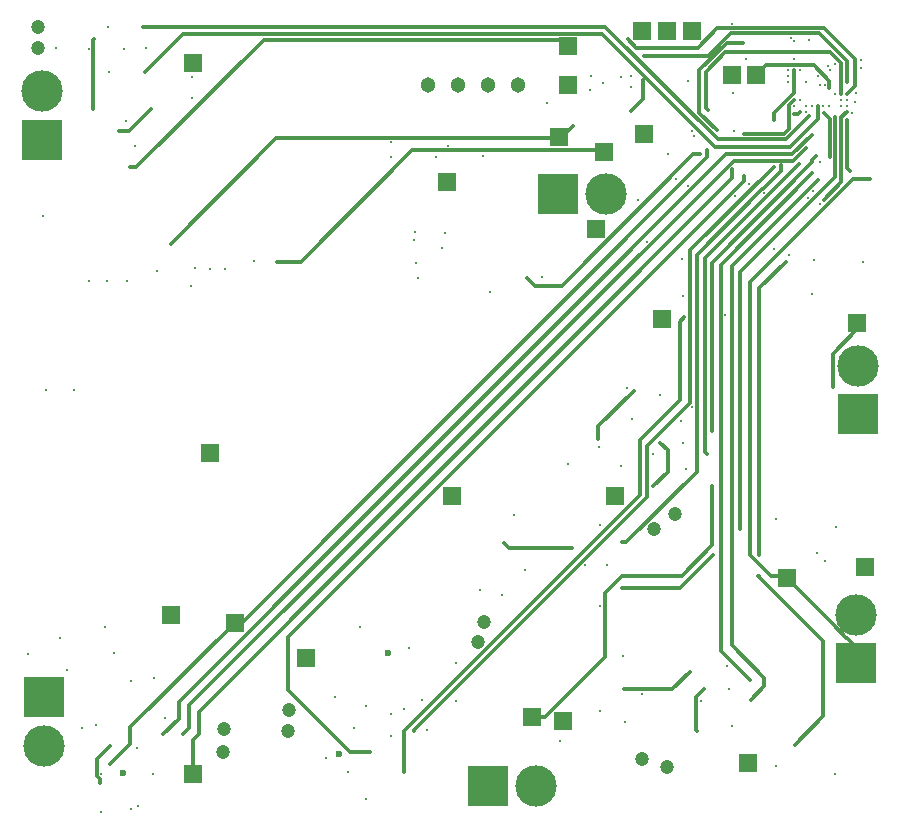
<source format=gbr>
%TF.GenerationSoftware,Altium Limited,Altium Designer,19.1.7 (138)*%
G04 Layer_Physical_Order=5*
G04 Layer_Color=16737945*
%FSLAX45Y45*%
%MOMM*%
%TF.FileFunction,Copper,L5,Inr,Signal*%
%TF.Part,Single*%
G01*
G75*
%TA.AperFunction,Conductor*%
%ADD12C,0.30000*%
%TA.AperFunction,ComponentPad*%
%ADD78C,1.20000*%
%ADD79R,1.55000X1.55000*%
%ADD80R,1.55000X1.55000*%
%ADD81R,3.50000X3.50000*%
%ADD82C,3.50000*%
%ADD83C,1.30300*%
%ADD84R,3.50000X3.50000*%
%TA.AperFunction,ViaPad*%
%ADD85C,0.30000*%
%ADD86C,0.60000*%
%ADD87C,0.26000*%
D12*
X6307500Y8610000D02*
X6712500D01*
X6225000Y8527500D02*
X6307500Y8610000D01*
X645000Y2592623D02*
Y2735000D01*
X757500Y2847500D01*
X645000Y2592623D02*
X672500Y2565123D01*
Y2530000D02*
Y2565123D01*
X6245000Y4285000D02*
X6792500Y3737500D01*
X2262500Y3317500D02*
X2787500Y2792500D01*
X2262500Y3317500D02*
Y3770000D01*
X6755000Y8887500D02*
X6995000Y8647500D01*
X6013003Y8887500D02*
X6755000D01*
X5818003Y8692500D02*
X6013003Y8887500D01*
X5715000Y3262500D02*
X5782500Y3330000D01*
X5715000Y2980000D02*
Y3262500D01*
Y2980000D02*
X5722500Y2972500D01*
X5297500Y4955000D02*
Y5385000D01*
X3325000Y2982500D02*
X5297500Y4955000D01*
X3325000Y2972500D02*
Y2982500D01*
X5667500Y5755000D02*
X5667500Y5755000D01*
X5665503Y5755000D02*
X5667500D01*
X5645000Y5734497D02*
X5665503Y5755000D01*
X5645000Y5732500D02*
Y5734497D01*
X5297500Y5385000D02*
X5645000Y5732500D01*
X5667500Y7042500D02*
X6377500Y7752500D01*
X5667500Y5755000D02*
Y7042500D01*
X6280000Y7565000D02*
X6432500Y7717500D01*
X6278003Y7565000D02*
X6280000D01*
X6257500Y7544497D02*
X6278003Y7565000D01*
X6257500Y7542500D02*
Y7544497D01*
X5722500Y7007500D02*
X6257500Y7542500D01*
X5722500Y5165000D02*
Y7007500D01*
X5127500Y4570000D02*
X5722500Y5165000D01*
X6120000Y7627500D02*
Y7675000D01*
X2262500Y3770000D02*
X6120000Y7627500D01*
X4925000Y7890000D02*
X4940000Y7875000D01*
X3312500Y7890000D02*
X4925000D01*
X2370000Y6947500D02*
X3312500Y7890000D01*
X4528085Y7995000D02*
X4545000Y8011915D01*
X2162500Y7995000D02*
X4528085D01*
X1268750Y7101250D02*
X2162500Y7995000D01*
X6712500Y8610000D02*
X6845000Y8477500D01*
X3247500Y2977500D02*
X5245000Y4975000D01*
Y5437500D01*
X5090000Y4570000D02*
X5127500D01*
X2787500Y2792500D02*
X2960000D01*
X5800000Y8554575D02*
X5965425Y8720000D01*
X5800000Y8250000D02*
Y8554575D01*
Y8250000D02*
X5820000Y8230000D01*
X5965425Y8720000D02*
X6852500D01*
X6845000Y8417500D02*
Y8477500D01*
X5925000Y3652500D02*
X6172500Y3405000D01*
X5415000Y5410000D02*
X5475000Y5350000D01*
Y5170000D02*
Y5350000D01*
X5352500Y5047500D02*
X5475000Y5170000D01*
X6017500Y3700000D02*
X6292500Y3425000D01*
Y3352500D02*
Y3425000D01*
X6180000Y3240000D02*
X6292500Y3352500D01*
X6017500Y3700000D02*
Y6910000D01*
X4945000Y4145784D02*
X5086716Y4287500D01*
X4945000Y3602500D02*
Y4145784D01*
X4435000Y3092500D02*
X4945000Y3602500D01*
X5582500Y6440000D02*
X5617500Y6475000D01*
X5582500Y5775000D02*
Y6440000D01*
X5245000Y5437500D02*
X5582500Y5775000D01*
X5280000Y8692500D02*
X5818003D01*
X6995000Y8467500D02*
Y8647500D01*
X6545000Y8372500D02*
Y8567500D01*
X6852500Y8720000D02*
X6945000Y8627500D01*
X5140000Y8830000D02*
X5210000Y8760000D01*
X5730362D01*
X4920000Y8877500D02*
X5877500Y7920000D01*
X1375000Y8877500D02*
X4920000D01*
X5730362Y8760000D02*
X5895362Y8925000D01*
X6802500D01*
X6945000Y8367500D02*
Y8627500D01*
X6992500Y3765000D02*
X7070000Y3687500D01*
X6989229Y3765000D02*
X6992500D01*
X6875000Y3879228D02*
X6989229Y3765000D01*
X6875000Y3879228D02*
Y3882500D01*
X6487500Y4270000D02*
X6875000Y3882500D01*
X7070000Y3550000D02*
Y3687500D01*
X6470000Y4287500D02*
X6487500Y4270000D01*
X6355000Y4287500D02*
X6470000D01*
X6175000Y4467500D02*
X6355000Y4287500D01*
X7075000Y6367500D02*
Y6427500D01*
X4328511Y3092500D02*
X4435000D01*
X4576511Y8827500D02*
X4631510Y8772500D01*
X2055000Y8827500D02*
X4576511D01*
X1870000Y3892500D02*
X5812500Y7835000D01*
X1812500Y3892500D02*
X1870000D01*
X5812500Y7835000D02*
Y7895000D01*
X925000Y3005000D02*
X1812500Y3892500D01*
X925000Y2860000D02*
Y3005000D01*
X757500Y2692500D02*
X925000Y2860000D01*
X4545000Y8011915D02*
X4594414D01*
X4677500Y8095000D01*
X6175000Y4467500D02*
Y6777500D01*
X1455000Y2900000D02*
X1505000Y2950000D01*
X1455000Y2607500D02*
Y2900000D01*
X1505000Y2950000D02*
Y3135000D01*
X2172500Y6947500D02*
X2370000D01*
X6702500Y7810000D02*
X6730938Y7838438D01*
X6802500Y8207500D02*
X6855000Y8155000D01*
X6702500Y7787500D02*
Y7810000D01*
X5850000Y6935000D02*
X6702500Y7787500D01*
X974586Y7747086D02*
X2055000Y8827500D01*
X922086Y7747086D02*
X974586D01*
X6947500Y8170000D02*
X6995000Y8217500D01*
X6855000Y7835000D02*
Y8155000D01*
X6895000Y7665000D02*
Y8175000D01*
X6087500Y6857500D02*
X6895000Y7665000D01*
X6947500Y7620000D02*
Y8170000D01*
X6995000Y7737500D02*
Y8147500D01*
Y7737500D02*
X7017500Y7715000D01*
X6175000Y6777500D02*
X7047500Y7650000D01*
X7192500D01*
X6250000Y6722500D02*
X6476250Y6948750D01*
X6250000Y4460000D02*
Y6722500D01*
X6245000Y4285000D02*
X6247500D01*
X6792500Y3097500D02*
Y3737500D01*
X6552500Y2857500D02*
X6792500Y3097500D01*
X6800000Y7472500D02*
X6947500Y7620000D01*
X5972500Y7855000D02*
X6527500D01*
X1335000Y3217500D02*
X5972500Y7855000D01*
X1335000Y3072500D02*
Y3217500D01*
X4582500Y6745000D02*
X5692500Y7855000D01*
X4355000Y6745000D02*
X4582500D01*
X4288085Y6811915D02*
X4355000Y6745000D01*
X5692500Y7855000D02*
X5752500D01*
X5745000Y8570000D02*
X5975000Y8800000D01*
X6112500D01*
X5745000Y8207500D02*
Y8570000D01*
Y8207500D02*
X5890000Y8062500D01*
X5165000Y8227500D02*
X5265000Y8327500D01*
Y8482500D01*
X6377500Y8147500D02*
Y8205000D01*
X6545000Y8372500D01*
X6527500Y7855000D02*
X6695000Y8022500D01*
X6512500Y7920000D02*
X6745000Y8152500D01*
X5877500Y7920000D02*
X6512500D01*
X6745000Y8152500D02*
Y8267500D01*
X6540000Y7800000D02*
X6647500Y7907500D01*
X6802500Y8925000D02*
X7060000Y8667500D01*
Y8432500D02*
Y8667500D01*
X6995000Y8367500D02*
X7060000Y8432500D01*
X5902500Y7985000D02*
X6482500D01*
X4950000Y8937500D02*
X5902500Y7985000D01*
X6482500D02*
X6675000Y8177500D01*
X5850000Y5515000D02*
Y6935000D01*
X6432500Y7717500D02*
Y7762500D01*
X5597500Y4287500D02*
X5855000Y4545000D01*
X5086716Y4287500D02*
X5597500D01*
X5855000Y4545000D02*
Y5050000D01*
X3247500Y2630000D02*
Y2977500D01*
X6457500Y8025000D02*
X6500000Y8067500D01*
X6120000Y8025000D02*
X6457500D01*
X6022500Y7652500D02*
Y7732500D01*
X1505000Y3135000D02*
X6022500Y7652500D01*
X6500000Y8067500D02*
Y8272500D01*
X6545000Y8317500D01*
X1037500Y8937500D02*
X4950000D01*
X4087500Y4567500D02*
X4134687Y4520313D01*
X4662812D01*
X5585000Y4185000D02*
X5862500Y4462500D01*
X5092500Y4185000D02*
X5585000D01*
X6087500Y4682500D02*
Y6857500D01*
X6577500Y8200000D02*
X6595000Y8217500D01*
X6545000Y8200000D02*
X6577500D01*
X6017500Y6910000D02*
X6747500Y7640000D01*
X5925000Y6922500D02*
X6702500Y7700000D01*
X5925000Y3652500D02*
Y6922500D01*
X5107500Y3327500D02*
X5512500D01*
X5662500Y3477500D01*
X4887500Y5552500D02*
X5190000Y5855000D01*
X4887500Y5445000D02*
Y5552500D01*
X5792500Y5337500D02*
X5812925Y5317075D01*
X5792500Y5337500D02*
Y6980000D01*
X6590000Y7777500D01*
X6877500Y6170000D02*
X7075000Y6367500D01*
X6877500Y5885000D02*
Y6170000D01*
X1427500Y3190000D02*
X6037500Y7800000D01*
X1427500Y2997500D02*
Y3190000D01*
X1375000Y2945000D02*
X1427500Y2997500D01*
X6037500Y7800000D02*
X6540000D01*
X1207500Y2945000D02*
X1335000Y3072500D01*
X1050000Y8552500D02*
X1375000Y8877500D01*
X835000Y8052500D02*
X912500D01*
X1100000Y8240000D01*
X612500Y8827925D02*
X616038Y8831463D01*
X612500Y8237500D02*
Y8827925D01*
D78*
X5535000Y4812500D02*
D03*
X145000Y8932500D02*
D03*
X142500Y8755000D02*
D03*
X5357500Y4685000D02*
D03*
X5262500Y2737500D02*
D03*
X5473245Y2667500D02*
D03*
X3870000Y3727500D02*
D03*
X3920000Y3893245D02*
D03*
X1720000Y2992500D02*
D03*
X2267500Y3152500D02*
D03*
X2265000Y2975000D02*
D03*
X1712500Y2792500D02*
D03*
D79*
X6020000Y8525000D02*
D03*
X2414415Y3590000D02*
D03*
X6157500Y2705000D02*
D03*
X4867500Y7224255D02*
D03*
X7145000Y4360000D02*
D03*
X7077500Y6427500D02*
D03*
X1460000Y8630000D02*
D03*
X1597500Y5325000D02*
D03*
X1270000Y3960000D02*
D03*
X1812500Y3892500D02*
D03*
X4328511Y3092500D02*
D03*
X3654415Y4960585D02*
D03*
X4940000Y7872500D02*
D03*
X5032500Y4962500D02*
D03*
X6487500Y4270000D02*
D03*
D80*
X4631510Y8440000D02*
D03*
Y8772500D02*
D03*
X3610000Y7620000D02*
D03*
X4591915Y3060000D02*
D03*
X5432500Y6460000D02*
D03*
X4552500Y8000000D02*
D03*
X5272500Y8027500D02*
D03*
X5260000Y8900000D02*
D03*
X5470000D02*
D03*
X5680000D02*
D03*
X6225000Y8527500D02*
D03*
X1455000Y2607500D02*
D03*
D81*
X200000Y3260000D02*
D03*
X180000Y7980000D02*
D03*
X7070000Y3550000D02*
D03*
X7087500Y5657500D02*
D03*
D82*
X200000Y2850000D02*
D03*
X180000Y8390000D02*
D03*
X4957500Y7522500D02*
D03*
X4365000Y2510000D02*
D03*
X7070000Y3960000D02*
D03*
X7087500Y6067500D02*
D03*
D83*
X3448425Y8440000D02*
D03*
X3702425D02*
D03*
X3956425D02*
D03*
X4210425D02*
D03*
D84*
X4547500Y7522500D02*
D03*
X3955000Y2510000D02*
D03*
D85*
X3517500Y7830000D02*
D03*
X520025Y3000146D02*
D03*
X452500Y5860000D02*
D03*
X390925Y3490925D02*
D03*
X2816731Y3002012D02*
D03*
X2921250Y3183750D02*
D03*
X2657500Y3262500D02*
D03*
X930000Y2317500D02*
D03*
X680000Y2607120D02*
D03*
X1120000Y2610000D02*
D03*
X2767500Y2622784D02*
D03*
X6805000Y4415000D02*
D03*
X6030000Y8377500D02*
D03*
X6890738Y2612813D02*
D03*
X5650000Y7590000D02*
D03*
X986500Y2830000D02*
D03*
X6045295Y7500366D02*
D03*
X3135000Y7960000D02*
D03*
X3685000Y3547500D02*
D03*
X1217500Y3080000D02*
D03*
X4634138Y5232175D02*
D03*
X6137500Y8662500D02*
D03*
X3915000Y7842500D02*
D03*
X3615000Y7930000D02*
D03*
X299075Y8759648D02*
D03*
X870500Y8747500D02*
D03*
X1975000Y6957500D02*
D03*
X1153952Y6870000D02*
D03*
X3890861Y4167937D02*
D03*
X5995500Y3330000D02*
D03*
X5979138Y3521638D02*
D03*
X4902075Y3143362D02*
D03*
X2873362Y3857925D02*
D03*
X3682500Y3225000D02*
D03*
X3442500Y2980000D02*
D03*
X675000Y2285000D02*
D03*
X639575Y3024575D02*
D03*
X332500Y3762500D02*
D03*
X210000Y5860000D02*
D03*
X970000Y7927500D02*
D03*
X5550564Y7646936D02*
D03*
X6020000Y8960000D02*
D03*
X5140000Y8830000D02*
D03*
X5685000Y8055000D02*
D03*
X5700000Y8010000D02*
D03*
X5083834Y8508204D02*
D03*
X4455000Y8294213D02*
D03*
X6675000Y8177500D02*
D03*
X6895000Y8175000D02*
D03*
X6802500Y8207500D02*
D03*
X2172500Y6947500D02*
D03*
X3392500Y3235000D02*
D03*
X3137500Y3117500D02*
D03*
X757500Y2847500D02*
D03*
X672500Y2530000D02*
D03*
X5680000Y5720000D02*
D03*
X5412500Y5822500D02*
D03*
X6764818Y7791415D02*
D03*
X6730938Y7838438D02*
D03*
X6505000Y7000000D02*
D03*
X6737500Y4480000D02*
D03*
X6900000Y4705000D02*
D03*
X5260000Y3290000D02*
D03*
X60000Y3630000D02*
D03*
X715000Y3857500D02*
D03*
X787500Y3632500D02*
D03*
X4270000Y4337500D02*
D03*
X4892500Y5377500D02*
D03*
X3332500Y7132500D02*
D03*
X3335000Y7195000D02*
D03*
X1477000Y6890500D02*
D03*
X2582500Y2742500D02*
D03*
X1446563Y8330000D02*
D03*
X6162500Y7605000D02*
D03*
X6292500Y7530000D02*
D03*
X5297500Y7115000D02*
D03*
X6855000Y7835000D02*
D03*
X6995000Y8147500D02*
D03*
X7127500Y6942500D02*
D03*
X7017500Y7715000D02*
D03*
X6476250Y6948750D02*
D03*
X6247500Y4285000D02*
D03*
X6250000Y4460000D02*
D03*
X6552500Y2857500D02*
D03*
X6380000Y7052500D02*
D03*
X6395000Y2677500D02*
D03*
X6667500Y7489088D02*
D03*
X6800000Y7472500D02*
D03*
X5225000D02*
D03*
X5820000Y8230000D02*
D03*
X5890000Y8062500D02*
D03*
X5165000Y8227500D02*
D03*
X5265000Y8482500D02*
D03*
X5280000Y8692500D02*
D03*
X6647500Y7907500D02*
D03*
X6041389Y8056434D02*
D03*
X7192500Y7650000D02*
D03*
X6765000Y7437500D02*
D03*
X6710000Y7542500D02*
D03*
X5610000Y6660000D02*
D03*
X5475000Y7862500D02*
D03*
X5752500Y7855000D02*
D03*
X6397075Y4772925D02*
D03*
X5855000Y5050000D02*
D03*
X5962500Y6497500D02*
D03*
X4565000Y2892500D02*
D03*
X5617500Y6475000D02*
D03*
X5597500Y6972500D02*
D03*
X6377500Y8147500D02*
D03*
Y7752500D02*
D03*
X6120000Y8025000D02*
D03*
X3325000Y2972500D02*
D03*
X6022500Y7732500D02*
D03*
X3247500Y2630000D02*
D03*
X2925000Y2400000D02*
D03*
X2960000Y2792500D02*
D03*
X6120000Y7675000D02*
D03*
X3290000Y3672500D02*
D03*
X3242500Y3160000D02*
D03*
X3137500Y2927500D02*
D03*
X6112500Y8800000D02*
D03*
X5812500Y7895000D02*
D03*
X5167500Y8422500D02*
D03*
X5647500Y8473204D02*
D03*
X4288085Y6811915D02*
D03*
X4410000Y6820000D02*
D03*
X3970000Y6692500D02*
D03*
X4662812Y4520313D02*
D03*
X4087500Y4567500D02*
D03*
X4902936Y4030000D02*
D03*
X4901287Y4720425D02*
D03*
X5090000Y4570000D02*
D03*
X5092500Y4185000D02*
D03*
X4177500Y4802500D02*
D03*
X4070000Y4125000D02*
D03*
X6432500Y7762500D02*
D03*
X6087500Y4682500D02*
D03*
X5862500Y4462500D02*
D03*
X5605000Y5410000D02*
D03*
X4965000Y4377500D02*
D03*
X4775000D02*
D03*
X6747500Y7640000D02*
D03*
X6545000Y8200000D02*
D03*
X6702500Y7700000D02*
D03*
X6172500Y3405000D02*
D03*
X6180000Y3240000D02*
D03*
X5107500Y3327500D02*
D03*
X5117075Y3047075D02*
D03*
X5095000Y3612500D02*
D03*
X5755000Y3227500D02*
D03*
X5662500Y3477500D02*
D03*
X6018925Y3012718D02*
D03*
X5722500Y2972500D02*
D03*
X5782500Y3330000D02*
D03*
X5415000Y5410000D02*
D03*
X5352500Y5047500D02*
D03*
X5632713Y5189788D02*
D03*
X5190000Y5855000D02*
D03*
X4887500Y5445000D02*
D03*
X5172500Y5617500D02*
D03*
X5850000Y5515000D02*
D03*
X6695000Y8022500D02*
D03*
X6590000Y7777500D02*
D03*
X5812925Y5317075D02*
D03*
X5587500Y5602500D02*
D03*
X5352500Y5315000D02*
D03*
X5130000Y5880000D02*
D03*
X5077500Y5215000D02*
D03*
X6700000Y6670000D02*
D03*
X6716250Y6962500D02*
D03*
X6877500Y5885000D02*
D03*
X1125500Y3423000D02*
D03*
X928750Y3393750D02*
D03*
X1375000Y2945000D02*
D03*
X1207500D02*
D03*
X1442501Y6740000D02*
D03*
X1601112Y6888888D02*
D03*
X1731000Y6889000D02*
D03*
X1267500Y7100000D02*
D03*
X4677500Y8095000D02*
D03*
X4817270Y8402270D02*
D03*
X4827500Y8517500D02*
D03*
X4929296Y8463204D02*
D03*
X5164296Y8523204D02*
D03*
X922086Y7747086D02*
D03*
X757500Y2692500D02*
D03*
X995580Y2335580D02*
D03*
X575000Y6787500D02*
D03*
X732500Y6785000D02*
D03*
X895000Y6782500D02*
D03*
X3135000Y7830000D02*
D03*
X3587500Y7192500D02*
D03*
X3562500Y7067500D02*
D03*
X3342500Y6937500D02*
D03*
X3362500Y6812500D02*
D03*
X835000Y8052500D02*
D03*
X1100000Y8240000D02*
D03*
X1450000Y8512500D02*
D03*
X1057500Y8757500D02*
D03*
X1037500Y8937500D02*
D03*
X1050000Y8552500D02*
D03*
X577500Y8747500D02*
D03*
X890001Y8140000D02*
D03*
X612500Y8237500D02*
D03*
X616038Y8831463D02*
D03*
X742287Y8557075D02*
D03*
X737075Y8937925D02*
D03*
X190000Y7335000D02*
D03*
D86*
X865000Y2622500D02*
D03*
X2692930Y2777500D02*
D03*
X3112500Y3637500D02*
D03*
D87*
X6550000Y8813362D02*
D03*
X6517500Y8845000D02*
D03*
X6837500Y8607500D02*
D03*
X6847834Y8567918D02*
D03*
X6770000Y8442500D02*
D03*
X6807500D02*
D03*
X6845000Y8417500D02*
D03*
X6545000Y8267500D02*
D03*
X6995000Y8467500D02*
D03*
X6845000Y8267500D02*
D03*
X6595000Y8567500D02*
D03*
X6545000D02*
D03*
Y8667500D02*
D03*
X6670000Y8827500D02*
D03*
X7115000Y8652500D02*
D03*
X6895000Y8617500D02*
D03*
X7072500Y8372500D02*
D03*
X6495000Y8517500D02*
D03*
X6745000D02*
D03*
X7035000Y8210000D02*
D03*
X6895000Y8367500D02*
D03*
X6545000Y8317500D02*
D03*
X6745000Y8267500D02*
D03*
X6945000D02*
D03*
Y8367500D02*
D03*
X6595000Y8217500D02*
D03*
X6995000Y8267500D02*
D03*
X6645000Y8467500D02*
D03*
X6495000Y8567500D02*
D03*
X7115000Y8587500D02*
D03*
X6695000Y8267500D02*
D03*
X7065000Y8297500D02*
D03*
X6995000Y8367500D02*
D03*
X6495000Y8467500D02*
D03*
X6795000Y8267500D02*
D03*
X6595000Y8317500D02*
D03*
X6645000Y8217500D02*
D03*
X6995000D02*
D03*
Y8317500D02*
D03*
X6645000Y8267500D02*
D03*
X6945000Y8317500D02*
D03*
%TF.MD5,15bc802baf39fe1d8d3d7fb5be7fbb7d*%
M02*

</source>
